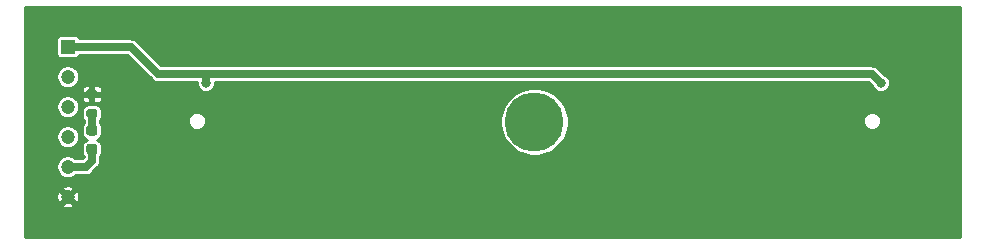
<source format=gtl>
G04 #@! TF.GenerationSoftware,KiCad,Pcbnew,5.1.10-88a1d61d58~88~ubuntu18.04.1*
G04 #@! TF.CreationDate,2021-09-30T10:17:39+02:00*
G04 #@! TF.ProjectId,pmod_microphone_array_2x1,706d6f64-5f6d-4696-9372-6f70686f6e65,1.0.0*
G04 #@! TF.SameCoordinates,Original*
G04 #@! TF.FileFunction,Copper,L1,Top*
G04 #@! TF.FilePolarity,Positive*
%FSLAX46Y46*%
G04 Gerber Fmt 4.6, Leading zero omitted, Abs format (unit mm)*
G04 Created by KiCad (PCBNEW 5.1.10-88a1d61d58~88~ubuntu18.04.1) date 2021-09-30 10:17:39*
%MOMM*%
%LPD*%
G01*
G04 APERTURE LIST*
G04 #@! TA.AperFunction,ComponentPad*
%ADD10R,1.200000X1.200000*%
G04 #@! TD*
G04 #@! TA.AperFunction,ComponentPad*
%ADD11C,1.200000*%
G04 #@! TD*
G04 #@! TA.AperFunction,ViaPad*
%ADD12C,5.000000*%
G04 #@! TD*
G04 #@! TA.AperFunction,ViaPad*
%ADD13C,0.900000*%
G04 #@! TD*
G04 #@! TA.AperFunction,ViaPad*
%ADD14C,0.800000*%
G04 #@! TD*
G04 #@! TA.AperFunction,Conductor*
%ADD15C,0.650000*%
G04 #@! TD*
G04 #@! TA.AperFunction,Conductor*
%ADD16C,0.254000*%
G04 #@! TD*
G04 #@! TA.AperFunction,Conductor*
%ADD17C,0.100000*%
G04 #@! TD*
G04 APERTURE END LIST*
D10*
X30226000Y-56388000D03*
D11*
X30226000Y-58928000D03*
X30226000Y-61468000D03*
X30226000Y-64008000D03*
X30226000Y-66548000D03*
X30226000Y-69088000D03*
G04 #@! TA.AperFunction,SMDPad,CuDef*
G36*
G01*
X31983000Y-61639000D02*
X32533000Y-61639000D01*
G75*
G02*
X32733000Y-61839000I0J-200000D01*
G01*
X32733000Y-62239000D01*
G75*
G02*
X32533000Y-62439000I-200000J0D01*
G01*
X31983000Y-62439000D01*
G75*
G02*
X31783000Y-62239000I0J200000D01*
G01*
X31783000Y-61839000D01*
G75*
G02*
X31983000Y-61639000I200000J0D01*
G01*
G37*
G04 #@! TD.AperFunction*
G04 #@! TA.AperFunction,SMDPad,CuDef*
G36*
G01*
X31983000Y-59989000D02*
X32533000Y-59989000D01*
G75*
G02*
X32733000Y-60189000I0J-200000D01*
G01*
X32733000Y-60589000D01*
G75*
G02*
X32533000Y-60789000I-200000J0D01*
G01*
X31983000Y-60789000D01*
G75*
G02*
X31783000Y-60589000I0J200000D01*
G01*
X31783000Y-60189000D01*
G75*
G02*
X31983000Y-59989000I200000J0D01*
G01*
G37*
G04 #@! TD.AperFunction*
G04 #@! TA.AperFunction,SMDPad,CuDef*
G36*
G01*
X32514250Y-63912000D02*
X32001750Y-63912000D01*
G75*
G02*
X31783000Y-63693250I0J218750D01*
G01*
X31783000Y-63255750D01*
G75*
G02*
X32001750Y-63037000I218750J0D01*
G01*
X32514250Y-63037000D01*
G75*
G02*
X32733000Y-63255750I0J-218750D01*
G01*
X32733000Y-63693250D01*
G75*
G02*
X32514250Y-63912000I-218750J0D01*
G01*
G37*
G04 #@! TD.AperFunction*
G04 #@! TA.AperFunction,SMDPad,CuDef*
G36*
G01*
X32514250Y-65487000D02*
X32001750Y-65487000D01*
G75*
G02*
X31783000Y-65268250I0J218750D01*
G01*
X31783000Y-64830750D01*
G75*
G02*
X32001750Y-64612000I218750J0D01*
G01*
X32514250Y-64612000D01*
G75*
G02*
X32733000Y-64830750I0J-218750D01*
G01*
X32733000Y-65268250D01*
G75*
G02*
X32514250Y-65487000I-218750J0D01*
G01*
G37*
G04 #@! TD.AperFunction*
D12*
X69733000Y-62738000D03*
D13*
X94234000Y-61214000D03*
X37084000Y-61214000D03*
D14*
X99060000Y-59436000D03*
X41910000Y-59436000D03*
D15*
X30226000Y-66548000D02*
X31750000Y-66548000D01*
X32258000Y-66040000D02*
X32258000Y-65049500D01*
X31750000Y-66548000D02*
X32258000Y-66040000D01*
X35560000Y-56388000D02*
X37846000Y-58674000D01*
X30226000Y-56388000D02*
X35560000Y-56388000D01*
X37846000Y-58674000D02*
X41656000Y-58674000D01*
X98298000Y-58674000D02*
X97536000Y-58674000D01*
X99060000Y-59436000D02*
X98298000Y-58674000D01*
X41656000Y-58674000D02*
X97536000Y-58674000D01*
X41910000Y-58928000D02*
X41656000Y-58674000D01*
X41910000Y-59436000D02*
X41910000Y-58928000D01*
X32258000Y-62039000D02*
X32258000Y-63474500D01*
D16*
X105731001Y-72467000D02*
X26593000Y-72467000D01*
X26593000Y-69801042D01*
X29692563Y-69801042D01*
X29754166Y-69953489D01*
X29932081Y-70028909D01*
X30121291Y-70068171D01*
X30314525Y-70069765D01*
X30504356Y-70033630D01*
X30683491Y-69961155D01*
X30697834Y-69953489D01*
X30759437Y-69801042D01*
X30226000Y-69267605D01*
X29692563Y-69801042D01*
X26593000Y-69801042D01*
X26593000Y-69176525D01*
X29244235Y-69176525D01*
X29280370Y-69366356D01*
X29352845Y-69545491D01*
X29360511Y-69559834D01*
X29512958Y-69621437D01*
X30046395Y-69088000D01*
X30405605Y-69088000D01*
X30939042Y-69621437D01*
X31091489Y-69559834D01*
X31166909Y-69381919D01*
X31206171Y-69192709D01*
X31207765Y-68999475D01*
X31171630Y-68809644D01*
X31099155Y-68630509D01*
X31091489Y-68616166D01*
X30939042Y-68554563D01*
X30405605Y-69088000D01*
X30046395Y-69088000D01*
X29512958Y-68554563D01*
X29360511Y-68616166D01*
X29285091Y-68794081D01*
X29245829Y-68983291D01*
X29244235Y-69176525D01*
X26593000Y-69176525D01*
X26593000Y-68374958D01*
X29692563Y-68374958D01*
X30226000Y-68908395D01*
X30759437Y-68374958D01*
X30697834Y-68222511D01*
X30519919Y-68147091D01*
X30330709Y-68107829D01*
X30137475Y-68106235D01*
X29947644Y-68142370D01*
X29768509Y-68214845D01*
X29754166Y-68222511D01*
X29692563Y-68374958D01*
X26593000Y-68374958D01*
X26593000Y-66451380D01*
X29245000Y-66451380D01*
X29245000Y-66644620D01*
X29282699Y-66834147D01*
X29356649Y-67012678D01*
X29464007Y-67173351D01*
X29600649Y-67309993D01*
X29761322Y-67417351D01*
X29939853Y-67491301D01*
X30129380Y-67529000D01*
X30322620Y-67529000D01*
X30512147Y-67491301D01*
X30690678Y-67417351D01*
X30851351Y-67309993D01*
X30907344Y-67254000D01*
X31715319Y-67254000D01*
X31750000Y-67257416D01*
X31784681Y-67254000D01*
X31784684Y-67254000D01*
X31888400Y-67243785D01*
X32021482Y-67203415D01*
X32144130Y-67137858D01*
X32251633Y-67049633D01*
X32273746Y-67022688D01*
X32732697Y-66563738D01*
X32759632Y-66541633D01*
X32781738Y-66514697D01*
X32781742Y-66514693D01*
X32847857Y-66434132D01*
X32852090Y-66426213D01*
X32913415Y-66311482D01*
X32953785Y-66178400D01*
X32964000Y-66074684D01*
X32964000Y-66074675D01*
X32967415Y-66040001D01*
X32964000Y-66005327D01*
X32964000Y-65663957D01*
X33014456Y-65602477D01*
X33070049Y-65498470D01*
X33104284Y-65385615D01*
X33115843Y-65268250D01*
X33115843Y-64830750D01*
X33104284Y-64713385D01*
X33070049Y-64600530D01*
X33014456Y-64496523D01*
X32939640Y-64405360D01*
X32848477Y-64330544D01*
X32744470Y-64274951D01*
X32701777Y-64262000D01*
X32744470Y-64249049D01*
X32848477Y-64193456D01*
X32939640Y-64118640D01*
X33014456Y-64027477D01*
X33070049Y-63923470D01*
X33104284Y-63810615D01*
X33115843Y-63693250D01*
X33115843Y-63255750D01*
X33104284Y-63138385D01*
X33070049Y-63025530D01*
X33014456Y-62921523D01*
X32964000Y-62860043D01*
X32964000Y-62628141D01*
X33004265Y-62579078D01*
X40367000Y-62579078D01*
X40367000Y-62732922D01*
X40397013Y-62883809D01*
X40455887Y-63025942D01*
X40541358Y-63153859D01*
X40650141Y-63262642D01*
X40778058Y-63348113D01*
X40920191Y-63406987D01*
X41071078Y-63437000D01*
X41224922Y-63437000D01*
X41375809Y-63406987D01*
X41517942Y-63348113D01*
X41645859Y-63262642D01*
X41754642Y-63153859D01*
X41840113Y-63025942D01*
X41898987Y-62883809D01*
X41929000Y-62732922D01*
X41929000Y-62579078D01*
X41904170Y-62454246D01*
X66852000Y-62454246D01*
X66852000Y-63021754D01*
X66962715Y-63578357D01*
X67179891Y-64102665D01*
X67495181Y-64574530D01*
X67896470Y-64975819D01*
X68368335Y-65291109D01*
X68892643Y-65508285D01*
X69449246Y-65619000D01*
X70016754Y-65619000D01*
X70573357Y-65508285D01*
X71097665Y-65291109D01*
X71569530Y-64975819D01*
X71970819Y-64574530D01*
X72286109Y-64102665D01*
X72503285Y-63578357D01*
X72614000Y-63021754D01*
X72614000Y-62579078D01*
X97537000Y-62579078D01*
X97537000Y-62732922D01*
X97567013Y-62883809D01*
X97625887Y-63025942D01*
X97711358Y-63153859D01*
X97820141Y-63262642D01*
X97948058Y-63348113D01*
X98090191Y-63406987D01*
X98241078Y-63437000D01*
X98394922Y-63437000D01*
X98545809Y-63406987D01*
X98687942Y-63348113D01*
X98815859Y-63262642D01*
X98924642Y-63153859D01*
X99010113Y-63025942D01*
X99068987Y-62883809D01*
X99099000Y-62732922D01*
X99099000Y-62579078D01*
X99068987Y-62428191D01*
X99010113Y-62286058D01*
X98924642Y-62158141D01*
X98815859Y-62049358D01*
X98687942Y-61963887D01*
X98545809Y-61905013D01*
X98394922Y-61875000D01*
X98241078Y-61875000D01*
X98090191Y-61905013D01*
X97948058Y-61963887D01*
X97820141Y-62049358D01*
X97711358Y-62158141D01*
X97625887Y-62286058D01*
X97567013Y-62428191D01*
X97537000Y-62579078D01*
X72614000Y-62579078D01*
X72614000Y-62454246D01*
X72503285Y-61897643D01*
X72286109Y-61373335D01*
X71970819Y-60901470D01*
X71569530Y-60500181D01*
X71097665Y-60184891D01*
X70573357Y-59967715D01*
X70016754Y-59857000D01*
X69449246Y-59857000D01*
X68892643Y-59967715D01*
X68368335Y-60184891D01*
X67896470Y-60500181D01*
X67495181Y-60901470D01*
X67179891Y-61373335D01*
X66962715Y-61897643D01*
X66852000Y-62454246D01*
X41904170Y-62454246D01*
X41898987Y-62428191D01*
X41840113Y-62286058D01*
X41754642Y-62158141D01*
X41645859Y-62049358D01*
X41517942Y-61963887D01*
X41375809Y-61905013D01*
X41224922Y-61875000D01*
X41071078Y-61875000D01*
X40920191Y-61905013D01*
X40778058Y-61963887D01*
X40650141Y-62049358D01*
X40541358Y-62158141D01*
X40455887Y-62286058D01*
X40397013Y-62428191D01*
X40367000Y-62579078D01*
X33004265Y-62579078D01*
X33017616Y-62562810D01*
X33071477Y-62462044D01*
X33104644Y-62352707D01*
X33115843Y-62239000D01*
X33115843Y-61839000D01*
X33104644Y-61725293D01*
X33071477Y-61615956D01*
X33017616Y-61515190D01*
X32945132Y-61426868D01*
X32856810Y-61354384D01*
X32756044Y-61300523D01*
X32646707Y-61267356D01*
X32533000Y-61256157D01*
X31983000Y-61256157D01*
X31869293Y-61267356D01*
X31759956Y-61300523D01*
X31659190Y-61354384D01*
X31570868Y-61426868D01*
X31498384Y-61515190D01*
X31444523Y-61615956D01*
X31411356Y-61725293D01*
X31400157Y-61839000D01*
X31400157Y-62239000D01*
X31411356Y-62352707D01*
X31444523Y-62462044D01*
X31498384Y-62562810D01*
X31552000Y-62628142D01*
X31552001Y-62860042D01*
X31501544Y-62921523D01*
X31445951Y-63025530D01*
X31411716Y-63138385D01*
X31400157Y-63255750D01*
X31400157Y-63693250D01*
X31411716Y-63810615D01*
X31445951Y-63923470D01*
X31501544Y-64027477D01*
X31576360Y-64118640D01*
X31667523Y-64193456D01*
X31771530Y-64249049D01*
X31814223Y-64262000D01*
X31771530Y-64274951D01*
X31667523Y-64330544D01*
X31576360Y-64405360D01*
X31501544Y-64496523D01*
X31445951Y-64600530D01*
X31411716Y-64713385D01*
X31400157Y-64830750D01*
X31400157Y-65268250D01*
X31411716Y-65385615D01*
X31445951Y-65498470D01*
X31501544Y-65602477D01*
X31552000Y-65663958D01*
X31552000Y-65747565D01*
X31457566Y-65842000D01*
X30907344Y-65842000D01*
X30851351Y-65786007D01*
X30690678Y-65678649D01*
X30512147Y-65604699D01*
X30322620Y-65567000D01*
X30129380Y-65567000D01*
X29939853Y-65604699D01*
X29761322Y-65678649D01*
X29600649Y-65786007D01*
X29464007Y-65922649D01*
X29356649Y-66083322D01*
X29282699Y-66261853D01*
X29245000Y-66451380D01*
X26593000Y-66451380D01*
X26593000Y-63911380D01*
X29245000Y-63911380D01*
X29245000Y-64104620D01*
X29282699Y-64294147D01*
X29356649Y-64472678D01*
X29464007Y-64633351D01*
X29600649Y-64769993D01*
X29761322Y-64877351D01*
X29939853Y-64951301D01*
X30129380Y-64989000D01*
X30322620Y-64989000D01*
X30512147Y-64951301D01*
X30690678Y-64877351D01*
X30851351Y-64769993D01*
X30987993Y-64633351D01*
X31095351Y-64472678D01*
X31169301Y-64294147D01*
X31207000Y-64104620D01*
X31207000Y-63911380D01*
X31169301Y-63721853D01*
X31095351Y-63543322D01*
X30987993Y-63382649D01*
X30851351Y-63246007D01*
X30690678Y-63138649D01*
X30512147Y-63064699D01*
X30322620Y-63027000D01*
X30129380Y-63027000D01*
X29939853Y-63064699D01*
X29761322Y-63138649D01*
X29600649Y-63246007D01*
X29464007Y-63382649D01*
X29356649Y-63543322D01*
X29282699Y-63721853D01*
X29245000Y-63911380D01*
X26593000Y-63911380D01*
X26593000Y-61371380D01*
X29245000Y-61371380D01*
X29245000Y-61564620D01*
X29282699Y-61754147D01*
X29356649Y-61932678D01*
X29464007Y-62093351D01*
X29600649Y-62229993D01*
X29761322Y-62337351D01*
X29939853Y-62411301D01*
X30129380Y-62449000D01*
X30322620Y-62449000D01*
X30512147Y-62411301D01*
X30690678Y-62337351D01*
X30851351Y-62229993D01*
X30987993Y-62093351D01*
X31095351Y-61932678D01*
X31169301Y-61754147D01*
X31207000Y-61564620D01*
X31207000Y-61371380D01*
X31169301Y-61181853D01*
X31095351Y-61003322D01*
X30987993Y-60842649D01*
X30934344Y-60789000D01*
X31400157Y-60789000D01*
X31407513Y-60863689D01*
X31429299Y-60935508D01*
X31464678Y-61001696D01*
X31512289Y-61059711D01*
X31570304Y-61107322D01*
X31636492Y-61142701D01*
X31708311Y-61164487D01*
X31783000Y-61171843D01*
X32035750Y-61170000D01*
X32131000Y-61074750D01*
X32131000Y-60516000D01*
X32385000Y-60516000D01*
X32385000Y-61074750D01*
X32480250Y-61170000D01*
X32733000Y-61171843D01*
X32807689Y-61164487D01*
X32879508Y-61142701D01*
X32945696Y-61107322D01*
X33003711Y-61059711D01*
X33051322Y-61001696D01*
X33086701Y-60935508D01*
X33108487Y-60863689D01*
X33115843Y-60789000D01*
X33114000Y-60611250D01*
X33018750Y-60516000D01*
X32385000Y-60516000D01*
X32131000Y-60516000D01*
X31497250Y-60516000D01*
X31402000Y-60611250D01*
X31400157Y-60789000D01*
X30934344Y-60789000D01*
X30851351Y-60706007D01*
X30690678Y-60598649D01*
X30512147Y-60524699D01*
X30322620Y-60487000D01*
X30129380Y-60487000D01*
X29939853Y-60524699D01*
X29761322Y-60598649D01*
X29600649Y-60706007D01*
X29464007Y-60842649D01*
X29356649Y-61003322D01*
X29282699Y-61181853D01*
X29245000Y-61371380D01*
X26593000Y-61371380D01*
X26593000Y-59989000D01*
X31400157Y-59989000D01*
X31402000Y-60166750D01*
X31497250Y-60262000D01*
X32131000Y-60262000D01*
X32131000Y-59703250D01*
X32385000Y-59703250D01*
X32385000Y-60262000D01*
X33018750Y-60262000D01*
X33114000Y-60166750D01*
X33115843Y-59989000D01*
X33108487Y-59914311D01*
X33086701Y-59842492D01*
X33051322Y-59776304D01*
X33003711Y-59718289D01*
X32945696Y-59670678D01*
X32879508Y-59635299D01*
X32807689Y-59613513D01*
X32733000Y-59606157D01*
X32480250Y-59608000D01*
X32385000Y-59703250D01*
X32131000Y-59703250D01*
X32035750Y-59608000D01*
X31783000Y-59606157D01*
X31708311Y-59613513D01*
X31636492Y-59635299D01*
X31570304Y-59670678D01*
X31512289Y-59718289D01*
X31464678Y-59776304D01*
X31429299Y-59842492D01*
X31407513Y-59914311D01*
X31400157Y-59989000D01*
X26593000Y-59989000D01*
X26593000Y-58831380D01*
X29245000Y-58831380D01*
X29245000Y-59024620D01*
X29282699Y-59214147D01*
X29356649Y-59392678D01*
X29464007Y-59553351D01*
X29600649Y-59689993D01*
X29761322Y-59797351D01*
X29939853Y-59871301D01*
X30129380Y-59909000D01*
X30322620Y-59909000D01*
X30512147Y-59871301D01*
X30690678Y-59797351D01*
X30851351Y-59689993D01*
X30987993Y-59553351D01*
X31095351Y-59392678D01*
X31169301Y-59214147D01*
X31207000Y-59024620D01*
X31207000Y-58831380D01*
X31169301Y-58641853D01*
X31095351Y-58463322D01*
X30987993Y-58302649D01*
X30851351Y-58166007D01*
X30690678Y-58058649D01*
X30512147Y-57984699D01*
X30322620Y-57947000D01*
X30129380Y-57947000D01*
X29939853Y-57984699D01*
X29761322Y-58058649D01*
X29600649Y-58166007D01*
X29464007Y-58302649D01*
X29356649Y-58463322D01*
X29282699Y-58641853D01*
X29245000Y-58831380D01*
X26593000Y-58831380D01*
X26593000Y-55788000D01*
X29243157Y-55788000D01*
X29243157Y-56988000D01*
X29250513Y-57062689D01*
X29272299Y-57134508D01*
X29307678Y-57200696D01*
X29355289Y-57258711D01*
X29413304Y-57306322D01*
X29479492Y-57341701D01*
X29551311Y-57363487D01*
X29626000Y-57370843D01*
X30826000Y-57370843D01*
X30900689Y-57363487D01*
X30972508Y-57341701D01*
X31038696Y-57306322D01*
X31096711Y-57258711D01*
X31144322Y-57200696D01*
X31179701Y-57134508D01*
X31191989Y-57094000D01*
X35267566Y-57094000D01*
X37322257Y-59148692D01*
X37344367Y-59175633D01*
X37451870Y-59263858D01*
X37574518Y-59329415D01*
X37707600Y-59369785D01*
X37811316Y-59380000D01*
X37811318Y-59380000D01*
X37845999Y-59383416D01*
X37880680Y-59380000D01*
X41129000Y-59380000D01*
X41129000Y-59512922D01*
X41159013Y-59663809D01*
X41217887Y-59805942D01*
X41303358Y-59933859D01*
X41412141Y-60042642D01*
X41540058Y-60128113D01*
X41682191Y-60186987D01*
X41833078Y-60217000D01*
X41986922Y-60217000D01*
X42137809Y-60186987D01*
X42279942Y-60128113D01*
X42407859Y-60042642D01*
X42516642Y-59933859D01*
X42602113Y-59805942D01*
X42660987Y-59663809D01*
X42691000Y-59512922D01*
X42691000Y-59380000D01*
X98005566Y-59380000D01*
X98322899Y-59697333D01*
X98367887Y-59805942D01*
X98453358Y-59933859D01*
X98562141Y-60042642D01*
X98690058Y-60128113D01*
X98832191Y-60186987D01*
X98983078Y-60217000D01*
X99136922Y-60217000D01*
X99287809Y-60186987D01*
X99429942Y-60128113D01*
X99557859Y-60042642D01*
X99666642Y-59933859D01*
X99752113Y-59805942D01*
X99810987Y-59663809D01*
X99841000Y-59512922D01*
X99841000Y-59359078D01*
X99810987Y-59208191D01*
X99752113Y-59066058D01*
X99666642Y-58938141D01*
X99557859Y-58829358D01*
X99429942Y-58743887D01*
X99321333Y-58698899D01*
X98821746Y-58199312D01*
X98799633Y-58172367D01*
X98692130Y-58084142D01*
X98569482Y-58018585D01*
X98436400Y-57978215D01*
X98332684Y-57968000D01*
X98332681Y-57968000D01*
X98298000Y-57964584D01*
X98263319Y-57968000D01*
X41690681Y-57968000D01*
X41656000Y-57964584D01*
X41621319Y-57968000D01*
X38138435Y-57968000D01*
X36083746Y-55913312D01*
X36061633Y-55886367D01*
X35954130Y-55798142D01*
X35831482Y-55732585D01*
X35698400Y-55692215D01*
X35594684Y-55682000D01*
X35594681Y-55682000D01*
X35560000Y-55678584D01*
X35525319Y-55682000D01*
X31191989Y-55682000D01*
X31179701Y-55641492D01*
X31144322Y-55575304D01*
X31096711Y-55517289D01*
X31038696Y-55469678D01*
X30972508Y-55434299D01*
X30900689Y-55412513D01*
X30826000Y-55405157D01*
X29626000Y-55405157D01*
X29551311Y-55412513D01*
X29479492Y-55434299D01*
X29413304Y-55469678D01*
X29355289Y-55517289D01*
X29307678Y-55575304D01*
X29272299Y-55641492D01*
X29250513Y-55713311D01*
X29243157Y-55788000D01*
X26593000Y-55788000D01*
X26593000Y-53009000D01*
X105731000Y-53009000D01*
X105731001Y-72467000D01*
G04 #@! TA.AperFunction,Conductor*
D17*
G36*
X105731001Y-72467000D02*
G01*
X26593000Y-72467000D01*
X26593000Y-69801042D01*
X29692563Y-69801042D01*
X29754166Y-69953489D01*
X29932081Y-70028909D01*
X30121291Y-70068171D01*
X30314525Y-70069765D01*
X30504356Y-70033630D01*
X30683491Y-69961155D01*
X30697834Y-69953489D01*
X30759437Y-69801042D01*
X30226000Y-69267605D01*
X29692563Y-69801042D01*
X26593000Y-69801042D01*
X26593000Y-69176525D01*
X29244235Y-69176525D01*
X29280370Y-69366356D01*
X29352845Y-69545491D01*
X29360511Y-69559834D01*
X29512958Y-69621437D01*
X30046395Y-69088000D01*
X30405605Y-69088000D01*
X30939042Y-69621437D01*
X31091489Y-69559834D01*
X31166909Y-69381919D01*
X31206171Y-69192709D01*
X31207765Y-68999475D01*
X31171630Y-68809644D01*
X31099155Y-68630509D01*
X31091489Y-68616166D01*
X30939042Y-68554563D01*
X30405605Y-69088000D01*
X30046395Y-69088000D01*
X29512958Y-68554563D01*
X29360511Y-68616166D01*
X29285091Y-68794081D01*
X29245829Y-68983291D01*
X29244235Y-69176525D01*
X26593000Y-69176525D01*
X26593000Y-68374958D01*
X29692563Y-68374958D01*
X30226000Y-68908395D01*
X30759437Y-68374958D01*
X30697834Y-68222511D01*
X30519919Y-68147091D01*
X30330709Y-68107829D01*
X30137475Y-68106235D01*
X29947644Y-68142370D01*
X29768509Y-68214845D01*
X29754166Y-68222511D01*
X29692563Y-68374958D01*
X26593000Y-68374958D01*
X26593000Y-66451380D01*
X29245000Y-66451380D01*
X29245000Y-66644620D01*
X29282699Y-66834147D01*
X29356649Y-67012678D01*
X29464007Y-67173351D01*
X29600649Y-67309993D01*
X29761322Y-67417351D01*
X29939853Y-67491301D01*
X30129380Y-67529000D01*
X30322620Y-67529000D01*
X30512147Y-67491301D01*
X30690678Y-67417351D01*
X30851351Y-67309993D01*
X30907344Y-67254000D01*
X31715319Y-67254000D01*
X31750000Y-67257416D01*
X31784681Y-67254000D01*
X31784684Y-67254000D01*
X31888400Y-67243785D01*
X32021482Y-67203415D01*
X32144130Y-67137858D01*
X32251633Y-67049633D01*
X32273746Y-67022688D01*
X32732697Y-66563738D01*
X32759632Y-66541633D01*
X32781738Y-66514697D01*
X32781742Y-66514693D01*
X32847857Y-66434132D01*
X32852090Y-66426213D01*
X32913415Y-66311482D01*
X32953785Y-66178400D01*
X32964000Y-66074684D01*
X32964000Y-66074675D01*
X32967415Y-66040001D01*
X32964000Y-66005327D01*
X32964000Y-65663957D01*
X33014456Y-65602477D01*
X33070049Y-65498470D01*
X33104284Y-65385615D01*
X33115843Y-65268250D01*
X33115843Y-64830750D01*
X33104284Y-64713385D01*
X33070049Y-64600530D01*
X33014456Y-64496523D01*
X32939640Y-64405360D01*
X32848477Y-64330544D01*
X32744470Y-64274951D01*
X32701777Y-64262000D01*
X32744470Y-64249049D01*
X32848477Y-64193456D01*
X32939640Y-64118640D01*
X33014456Y-64027477D01*
X33070049Y-63923470D01*
X33104284Y-63810615D01*
X33115843Y-63693250D01*
X33115843Y-63255750D01*
X33104284Y-63138385D01*
X33070049Y-63025530D01*
X33014456Y-62921523D01*
X32964000Y-62860043D01*
X32964000Y-62628141D01*
X33004265Y-62579078D01*
X40367000Y-62579078D01*
X40367000Y-62732922D01*
X40397013Y-62883809D01*
X40455887Y-63025942D01*
X40541358Y-63153859D01*
X40650141Y-63262642D01*
X40778058Y-63348113D01*
X40920191Y-63406987D01*
X41071078Y-63437000D01*
X41224922Y-63437000D01*
X41375809Y-63406987D01*
X41517942Y-63348113D01*
X41645859Y-63262642D01*
X41754642Y-63153859D01*
X41840113Y-63025942D01*
X41898987Y-62883809D01*
X41929000Y-62732922D01*
X41929000Y-62579078D01*
X41904170Y-62454246D01*
X66852000Y-62454246D01*
X66852000Y-63021754D01*
X66962715Y-63578357D01*
X67179891Y-64102665D01*
X67495181Y-64574530D01*
X67896470Y-64975819D01*
X68368335Y-65291109D01*
X68892643Y-65508285D01*
X69449246Y-65619000D01*
X70016754Y-65619000D01*
X70573357Y-65508285D01*
X71097665Y-65291109D01*
X71569530Y-64975819D01*
X71970819Y-64574530D01*
X72286109Y-64102665D01*
X72503285Y-63578357D01*
X72614000Y-63021754D01*
X72614000Y-62579078D01*
X97537000Y-62579078D01*
X97537000Y-62732922D01*
X97567013Y-62883809D01*
X97625887Y-63025942D01*
X97711358Y-63153859D01*
X97820141Y-63262642D01*
X97948058Y-63348113D01*
X98090191Y-63406987D01*
X98241078Y-63437000D01*
X98394922Y-63437000D01*
X98545809Y-63406987D01*
X98687942Y-63348113D01*
X98815859Y-63262642D01*
X98924642Y-63153859D01*
X99010113Y-63025942D01*
X99068987Y-62883809D01*
X99099000Y-62732922D01*
X99099000Y-62579078D01*
X99068987Y-62428191D01*
X99010113Y-62286058D01*
X98924642Y-62158141D01*
X98815859Y-62049358D01*
X98687942Y-61963887D01*
X98545809Y-61905013D01*
X98394922Y-61875000D01*
X98241078Y-61875000D01*
X98090191Y-61905013D01*
X97948058Y-61963887D01*
X97820141Y-62049358D01*
X97711358Y-62158141D01*
X97625887Y-62286058D01*
X97567013Y-62428191D01*
X97537000Y-62579078D01*
X72614000Y-62579078D01*
X72614000Y-62454246D01*
X72503285Y-61897643D01*
X72286109Y-61373335D01*
X71970819Y-60901470D01*
X71569530Y-60500181D01*
X71097665Y-60184891D01*
X70573357Y-59967715D01*
X70016754Y-59857000D01*
X69449246Y-59857000D01*
X68892643Y-59967715D01*
X68368335Y-60184891D01*
X67896470Y-60500181D01*
X67495181Y-60901470D01*
X67179891Y-61373335D01*
X66962715Y-61897643D01*
X66852000Y-62454246D01*
X41904170Y-62454246D01*
X41898987Y-62428191D01*
X41840113Y-62286058D01*
X41754642Y-62158141D01*
X41645859Y-62049358D01*
X41517942Y-61963887D01*
X41375809Y-61905013D01*
X41224922Y-61875000D01*
X41071078Y-61875000D01*
X40920191Y-61905013D01*
X40778058Y-61963887D01*
X40650141Y-62049358D01*
X40541358Y-62158141D01*
X40455887Y-62286058D01*
X40397013Y-62428191D01*
X40367000Y-62579078D01*
X33004265Y-62579078D01*
X33017616Y-62562810D01*
X33071477Y-62462044D01*
X33104644Y-62352707D01*
X33115843Y-62239000D01*
X33115843Y-61839000D01*
X33104644Y-61725293D01*
X33071477Y-61615956D01*
X33017616Y-61515190D01*
X32945132Y-61426868D01*
X32856810Y-61354384D01*
X32756044Y-61300523D01*
X32646707Y-61267356D01*
X32533000Y-61256157D01*
X31983000Y-61256157D01*
X31869293Y-61267356D01*
X31759956Y-61300523D01*
X31659190Y-61354384D01*
X31570868Y-61426868D01*
X31498384Y-61515190D01*
X31444523Y-61615956D01*
X31411356Y-61725293D01*
X31400157Y-61839000D01*
X31400157Y-62239000D01*
X31411356Y-62352707D01*
X31444523Y-62462044D01*
X31498384Y-62562810D01*
X31552000Y-62628142D01*
X31552001Y-62860042D01*
X31501544Y-62921523D01*
X31445951Y-63025530D01*
X31411716Y-63138385D01*
X31400157Y-63255750D01*
X31400157Y-63693250D01*
X31411716Y-63810615D01*
X31445951Y-63923470D01*
X31501544Y-64027477D01*
X31576360Y-64118640D01*
X31667523Y-64193456D01*
X31771530Y-64249049D01*
X31814223Y-64262000D01*
X31771530Y-64274951D01*
X31667523Y-64330544D01*
X31576360Y-64405360D01*
X31501544Y-64496523D01*
X31445951Y-64600530D01*
X31411716Y-64713385D01*
X31400157Y-64830750D01*
X31400157Y-65268250D01*
X31411716Y-65385615D01*
X31445951Y-65498470D01*
X31501544Y-65602477D01*
X31552000Y-65663958D01*
X31552000Y-65747565D01*
X31457566Y-65842000D01*
X30907344Y-65842000D01*
X30851351Y-65786007D01*
X30690678Y-65678649D01*
X30512147Y-65604699D01*
X30322620Y-65567000D01*
X30129380Y-65567000D01*
X29939853Y-65604699D01*
X29761322Y-65678649D01*
X29600649Y-65786007D01*
X29464007Y-65922649D01*
X29356649Y-66083322D01*
X29282699Y-66261853D01*
X29245000Y-66451380D01*
X26593000Y-66451380D01*
X26593000Y-63911380D01*
X29245000Y-63911380D01*
X29245000Y-64104620D01*
X29282699Y-64294147D01*
X29356649Y-64472678D01*
X29464007Y-64633351D01*
X29600649Y-64769993D01*
X29761322Y-64877351D01*
X29939853Y-64951301D01*
X30129380Y-64989000D01*
X30322620Y-64989000D01*
X30512147Y-64951301D01*
X30690678Y-64877351D01*
X30851351Y-64769993D01*
X30987993Y-64633351D01*
X31095351Y-64472678D01*
X31169301Y-64294147D01*
X31207000Y-64104620D01*
X31207000Y-63911380D01*
X31169301Y-63721853D01*
X31095351Y-63543322D01*
X30987993Y-63382649D01*
X30851351Y-63246007D01*
X30690678Y-63138649D01*
X30512147Y-63064699D01*
X30322620Y-63027000D01*
X30129380Y-63027000D01*
X29939853Y-63064699D01*
X29761322Y-63138649D01*
X29600649Y-63246007D01*
X29464007Y-63382649D01*
X29356649Y-63543322D01*
X29282699Y-63721853D01*
X29245000Y-63911380D01*
X26593000Y-63911380D01*
X26593000Y-61371380D01*
X29245000Y-61371380D01*
X29245000Y-61564620D01*
X29282699Y-61754147D01*
X29356649Y-61932678D01*
X29464007Y-62093351D01*
X29600649Y-62229993D01*
X29761322Y-62337351D01*
X29939853Y-62411301D01*
X30129380Y-62449000D01*
X30322620Y-62449000D01*
X30512147Y-62411301D01*
X30690678Y-62337351D01*
X30851351Y-62229993D01*
X30987993Y-62093351D01*
X31095351Y-61932678D01*
X31169301Y-61754147D01*
X31207000Y-61564620D01*
X31207000Y-61371380D01*
X31169301Y-61181853D01*
X31095351Y-61003322D01*
X30987993Y-60842649D01*
X30934344Y-60789000D01*
X31400157Y-60789000D01*
X31407513Y-60863689D01*
X31429299Y-60935508D01*
X31464678Y-61001696D01*
X31512289Y-61059711D01*
X31570304Y-61107322D01*
X31636492Y-61142701D01*
X31708311Y-61164487D01*
X31783000Y-61171843D01*
X32035750Y-61170000D01*
X32131000Y-61074750D01*
X32131000Y-60516000D01*
X32385000Y-60516000D01*
X32385000Y-61074750D01*
X32480250Y-61170000D01*
X32733000Y-61171843D01*
X32807689Y-61164487D01*
X32879508Y-61142701D01*
X32945696Y-61107322D01*
X33003711Y-61059711D01*
X33051322Y-61001696D01*
X33086701Y-60935508D01*
X33108487Y-60863689D01*
X33115843Y-60789000D01*
X33114000Y-60611250D01*
X33018750Y-60516000D01*
X32385000Y-60516000D01*
X32131000Y-60516000D01*
X31497250Y-60516000D01*
X31402000Y-60611250D01*
X31400157Y-60789000D01*
X30934344Y-60789000D01*
X30851351Y-60706007D01*
X30690678Y-60598649D01*
X30512147Y-60524699D01*
X30322620Y-60487000D01*
X30129380Y-60487000D01*
X29939853Y-60524699D01*
X29761322Y-60598649D01*
X29600649Y-60706007D01*
X29464007Y-60842649D01*
X29356649Y-61003322D01*
X29282699Y-61181853D01*
X29245000Y-61371380D01*
X26593000Y-61371380D01*
X26593000Y-59989000D01*
X31400157Y-59989000D01*
X31402000Y-60166750D01*
X31497250Y-60262000D01*
X32131000Y-60262000D01*
X32131000Y-59703250D01*
X32385000Y-59703250D01*
X32385000Y-60262000D01*
X33018750Y-60262000D01*
X33114000Y-60166750D01*
X33115843Y-59989000D01*
X33108487Y-59914311D01*
X33086701Y-59842492D01*
X33051322Y-59776304D01*
X33003711Y-59718289D01*
X32945696Y-59670678D01*
X32879508Y-59635299D01*
X32807689Y-59613513D01*
X32733000Y-59606157D01*
X32480250Y-59608000D01*
X32385000Y-59703250D01*
X32131000Y-59703250D01*
X32035750Y-59608000D01*
X31783000Y-59606157D01*
X31708311Y-59613513D01*
X31636492Y-59635299D01*
X31570304Y-59670678D01*
X31512289Y-59718289D01*
X31464678Y-59776304D01*
X31429299Y-59842492D01*
X31407513Y-59914311D01*
X31400157Y-59989000D01*
X26593000Y-59989000D01*
X26593000Y-58831380D01*
X29245000Y-58831380D01*
X29245000Y-59024620D01*
X29282699Y-59214147D01*
X29356649Y-59392678D01*
X29464007Y-59553351D01*
X29600649Y-59689993D01*
X29761322Y-59797351D01*
X29939853Y-59871301D01*
X30129380Y-59909000D01*
X30322620Y-59909000D01*
X30512147Y-59871301D01*
X30690678Y-59797351D01*
X30851351Y-59689993D01*
X30987993Y-59553351D01*
X31095351Y-59392678D01*
X31169301Y-59214147D01*
X31207000Y-59024620D01*
X31207000Y-58831380D01*
X31169301Y-58641853D01*
X31095351Y-58463322D01*
X30987993Y-58302649D01*
X30851351Y-58166007D01*
X30690678Y-58058649D01*
X30512147Y-57984699D01*
X30322620Y-57947000D01*
X30129380Y-57947000D01*
X29939853Y-57984699D01*
X29761322Y-58058649D01*
X29600649Y-58166007D01*
X29464007Y-58302649D01*
X29356649Y-58463322D01*
X29282699Y-58641853D01*
X29245000Y-58831380D01*
X26593000Y-58831380D01*
X26593000Y-55788000D01*
X29243157Y-55788000D01*
X29243157Y-56988000D01*
X29250513Y-57062689D01*
X29272299Y-57134508D01*
X29307678Y-57200696D01*
X29355289Y-57258711D01*
X29413304Y-57306322D01*
X29479492Y-57341701D01*
X29551311Y-57363487D01*
X29626000Y-57370843D01*
X30826000Y-57370843D01*
X30900689Y-57363487D01*
X30972508Y-57341701D01*
X31038696Y-57306322D01*
X31096711Y-57258711D01*
X31144322Y-57200696D01*
X31179701Y-57134508D01*
X31191989Y-57094000D01*
X35267566Y-57094000D01*
X37322257Y-59148692D01*
X37344367Y-59175633D01*
X37451870Y-59263858D01*
X37574518Y-59329415D01*
X37707600Y-59369785D01*
X37811316Y-59380000D01*
X37811318Y-59380000D01*
X37845999Y-59383416D01*
X37880680Y-59380000D01*
X41129000Y-59380000D01*
X41129000Y-59512922D01*
X41159013Y-59663809D01*
X41217887Y-59805942D01*
X41303358Y-59933859D01*
X41412141Y-60042642D01*
X41540058Y-60128113D01*
X41682191Y-60186987D01*
X41833078Y-60217000D01*
X41986922Y-60217000D01*
X42137809Y-60186987D01*
X42279942Y-60128113D01*
X42407859Y-60042642D01*
X42516642Y-59933859D01*
X42602113Y-59805942D01*
X42660987Y-59663809D01*
X42691000Y-59512922D01*
X42691000Y-59380000D01*
X98005566Y-59380000D01*
X98322899Y-59697333D01*
X98367887Y-59805942D01*
X98453358Y-59933859D01*
X98562141Y-60042642D01*
X98690058Y-60128113D01*
X98832191Y-60186987D01*
X98983078Y-60217000D01*
X99136922Y-60217000D01*
X99287809Y-60186987D01*
X99429942Y-60128113D01*
X99557859Y-60042642D01*
X99666642Y-59933859D01*
X99752113Y-59805942D01*
X99810987Y-59663809D01*
X99841000Y-59512922D01*
X99841000Y-59359078D01*
X99810987Y-59208191D01*
X99752113Y-59066058D01*
X99666642Y-58938141D01*
X99557859Y-58829358D01*
X99429942Y-58743887D01*
X99321333Y-58698899D01*
X98821746Y-58199312D01*
X98799633Y-58172367D01*
X98692130Y-58084142D01*
X98569482Y-58018585D01*
X98436400Y-57978215D01*
X98332684Y-57968000D01*
X98332681Y-57968000D01*
X98298000Y-57964584D01*
X98263319Y-57968000D01*
X41690681Y-57968000D01*
X41656000Y-57964584D01*
X41621319Y-57968000D01*
X38138435Y-57968000D01*
X36083746Y-55913312D01*
X36061633Y-55886367D01*
X35954130Y-55798142D01*
X35831482Y-55732585D01*
X35698400Y-55692215D01*
X35594684Y-55682000D01*
X35594681Y-55682000D01*
X35560000Y-55678584D01*
X35525319Y-55682000D01*
X31191989Y-55682000D01*
X31179701Y-55641492D01*
X31144322Y-55575304D01*
X31096711Y-55517289D01*
X31038696Y-55469678D01*
X30972508Y-55434299D01*
X30900689Y-55412513D01*
X30826000Y-55405157D01*
X29626000Y-55405157D01*
X29551311Y-55412513D01*
X29479492Y-55434299D01*
X29413304Y-55469678D01*
X29355289Y-55517289D01*
X29307678Y-55575304D01*
X29272299Y-55641492D01*
X29250513Y-55713311D01*
X29243157Y-55788000D01*
X26593000Y-55788000D01*
X26593000Y-53009000D01*
X105731000Y-53009000D01*
X105731001Y-72467000D01*
G37*
G04 #@! TD.AperFunction*
M02*

</source>
